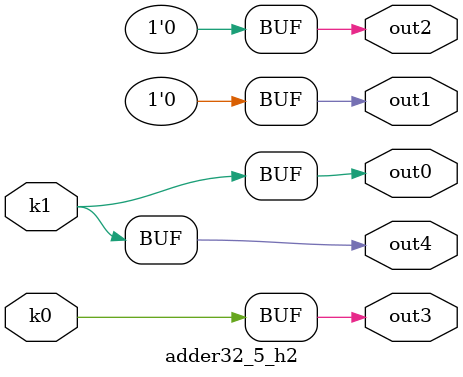
<source format=v>
module adder32_5(pi0, pi1, pi2, pi3, pi4, pi5, pi6, pi7, pi8, po0, po1, po2, po3, po4);
input pi0, pi1, pi2, pi3, pi4, pi5, pi6, pi7, pi8;
output po0, po1, po2, po3, po4;
wire k0, k1;
adder32_5_w2 DUT1 (pi0, pi1, pi2, pi3, pi4, pi5, pi6, pi7, pi8, k0, k1);
adder32_5_h2 DUT2 (k0, k1, po0, po1, po2, po3, po4);
endmodule

module adder32_5_w2(in8, in7, in6, in5, in4, in3, in2, in1, in0, k1, k0);
input in8, in7, in6, in5, in4, in3, in2, in1, in0;
output k1, k0;
assign k0 =   ((in7 ^ in3) & ((in8 & (in4 | ~in0)) | (in4 & ~in0))) | (((~in4 & in0) | (~in8 & (~in4 | in0))) & (~in7 ^ in3));
assign k1 =   in8 ? (in4 ^ in0) : (~in4 ^ in0);
endmodule

module adder32_5_h2(k1, k0, out4, out3, out2, out1, out0);
input k1, k0;
output out4, out3, out2, out1, out0;
assign out0 = k1;
assign out1 = 0;
assign out2 = 0;
assign out3 = k0;
assign out4 = k1;
endmodule

</source>
